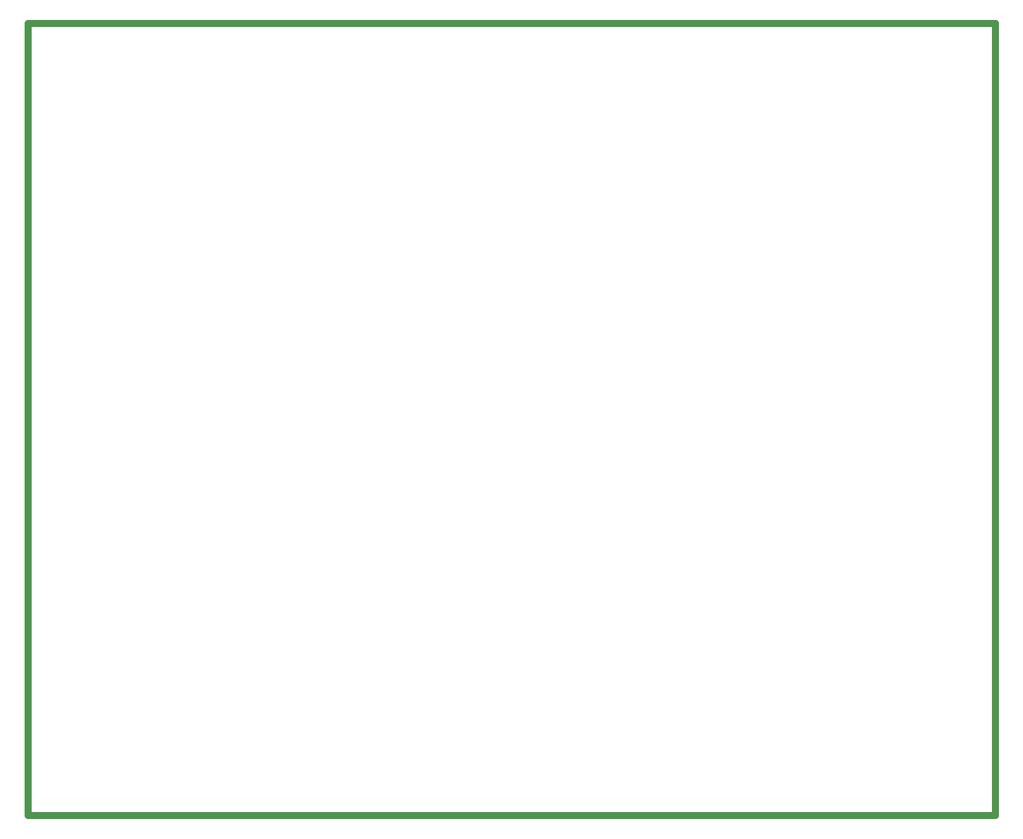
<source format=gm1>
G04*
G04 #@! TF.GenerationSoftware,Altium Limited,Altium Designer,18.0.12 (696)*
G04*
G04 Layer_Color=16711935*
%FSLAX43Y43*%
%MOMM*%
G71*
G01*
G75*
%ADD70C,1.016*%
D70*
X-0Y114300D02*
X139700Y114300D01*
X0Y0D02*
X95808D01*
X-0Y114300D02*
X0Y0D01*
X95808D02*
X139700D01*
X139700Y114300D02*
X139700Y0D01*
M02*

</source>
